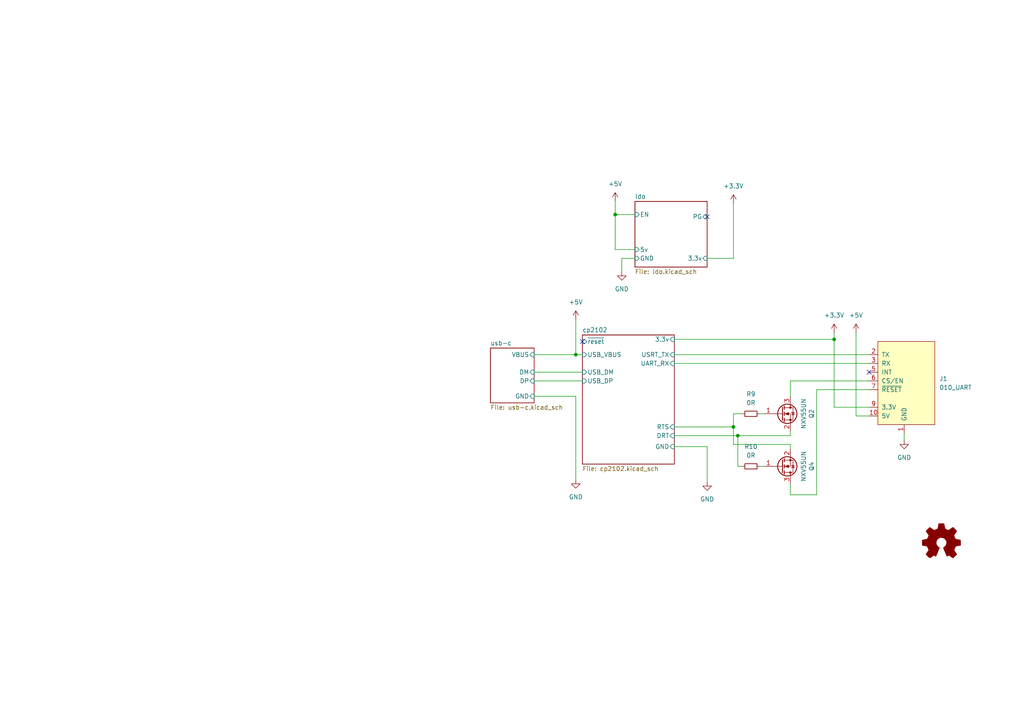
<source format=kicad_sch>
(kicad_sch (version 20230121) (generator eeschema)

  (uuid 57732dd3-1162-4c3f-88bd-31bf473d124d)

  (paper "A4")

  (lib_symbols
    (symbol "Device:R_Small" (pin_numbers hide) (pin_names (offset 0.254) hide) (in_bom yes) (on_board yes)
      (property "Reference" "R" (at 0.762 0.508 0)
        (effects (font (size 1.27 1.27)) (justify left))
      )
      (property "Value" "R_Small" (at 0.762 -1.016 0)
        (effects (font (size 1.27 1.27)) (justify left))
      )
      (property "Footprint" "" (at 0 0 0)
        (effects (font (size 1.27 1.27)) hide)
      )
      (property "Datasheet" "~" (at 0 0 0)
        (effects (font (size 1.27 1.27)) hide)
      )
      (property "ki_keywords" "R resistor" (at 0 0 0)
        (effects (font (size 1.27 1.27)) hide)
      )
      (property "ki_description" "Resistor, small symbol" (at 0 0 0)
        (effects (font (size 1.27 1.27)) hide)
      )
      (property "ki_fp_filters" "R_*" (at 0 0 0)
        (effects (font (size 1.27 1.27)) hide)
      )
      (symbol "R_Small_0_1"
        (rectangle (start -0.762 1.778) (end 0.762 -1.778)
          (stroke (width 0.2032) (type default))
          (fill (type none))
        )
      )
      (symbol "R_Small_1_1"
        (pin passive line (at 0 2.54 270) (length 0.762)
          (name "~" (effects (font (size 1.27 1.27))))
          (number "1" (effects (font (size 1.27 1.27))))
        )
        (pin passive line (at 0 -2.54 90) (length 0.762)
          (name "~" (effects (font (size 1.27 1.27))))
          (number "2" (effects (font (size 1.27 1.27))))
        )
      )
    )
    (symbol "Graphic:Logo_Open_Hardware_Small" (pin_names (offset 1.016)) (in_bom yes) (on_board yes)
      (property "Reference" "#LOGO" (at 0 6.985 0)
        (effects (font (size 1.27 1.27)) hide)
      )
      (property "Value" "Logo_Open_Hardware_Small" (at 0 -5.715 0)
        (effects (font (size 1.27 1.27)) hide)
      )
      (property "Footprint" "" (at 0 0 0)
        (effects (font (size 1.27 1.27)) hide)
      )
      (property "Datasheet" "~" (at 0 0 0)
        (effects (font (size 1.27 1.27)) hide)
      )
      (property "ki_keywords" "Logo" (at 0 0 0)
        (effects (font (size 1.27 1.27)) hide)
      )
      (property "ki_description" "Open Hardware logo, small" (at 0 0 0)
        (effects (font (size 1.27 1.27)) hide)
      )
      (symbol "Logo_Open_Hardware_Small_0_1"
        (polyline
          (pts
            (xy 3.3528 -4.3434)
            (xy 3.302 -4.318)
            (xy 3.175 -4.2418)
            (xy 2.9972 -4.1148)
            (xy 2.7686 -3.9624)
            (xy 2.54 -3.81)
            (xy 2.3622 -3.7084)
            (xy 2.2352 -3.6068)
            (xy 2.1844 -3.5814)
            (xy 2.159 -3.6068)
            (xy 2.0574 -3.6576)
            (xy 1.905 -3.7338)
            (xy 1.8034 -3.7846)
            (xy 1.6764 -3.8354)
            (xy 1.6002 -3.8354)
            (xy 1.6002 -3.8354)
            (xy 1.5494 -3.7338)
            (xy 1.4732 -3.5306)
            (xy 1.3462 -3.302)
            (xy 1.2446 -3.0226)
            (xy 1.1176 -2.7178)
            (xy 0.9652 -2.413)
            (xy 0.8636 -2.1082)
            (xy 0.7366 -1.8288)
            (xy 0.6604 -1.6256)
            (xy 0.6096 -1.4732)
            (xy 0.5842 -1.397)
            (xy 0.5842 -1.397)
            (xy 0.6604 -1.3208)
            (xy 0.7874 -1.2446)
            (xy 1.0414 -1.016)
            (xy 1.2954 -0.6858)
            (xy 1.4478 -0.3302)
            (xy 1.524 0.0762)
            (xy 1.4732 0.4572)
            (xy 1.3208 0.8128)
            (xy 1.0668 1.143)
            (xy 0.762 1.3716)
            (xy 0.4064 1.524)
            (xy 0 1.5748)
            (xy -0.381 1.5494)
            (xy -0.7366 1.397)
            (xy -1.0668 1.143)
            (xy -1.2192 0.9906)
            (xy -1.397 0.6604)
            (xy -1.524 0.3048)
            (xy -1.524 0.2286)
            (xy -1.4986 -0.1778)
            (xy -1.397 -0.5334)
            (xy -1.1938 -0.8636)
            (xy -0.9144 -1.143)
            (xy -0.8636 -1.1684)
            (xy -0.7366 -1.27)
            (xy -0.635 -1.3462)
            (xy -0.5842 -1.397)
            (xy -1.0668 -2.5908)
            (xy -1.143 -2.794)
            (xy -1.2954 -3.1242)
            (xy -1.397 -3.4036)
            (xy -1.4986 -3.6322)
            (xy -1.5748 -3.7846)
            (xy -1.6002 -3.8354)
            (xy -1.6002 -3.8354)
            (xy -1.651 -3.8354)
            (xy -1.7272 -3.81)
            (xy -1.905 -3.7338)
            (xy -2.0066 -3.683)
            (xy -2.1336 -3.6068)
            (xy -2.2098 -3.5814)
            (xy -2.2606 -3.6068)
            (xy -2.3622 -3.683)
            (xy -2.54 -3.81)
            (xy -2.7686 -3.9624)
            (xy -2.9718 -4.0894)
            (xy -3.1496 -4.2164)
            (xy -3.302 -4.318)
            (xy -3.3528 -4.3434)
            (xy -3.3782 -4.3434)
            (xy -3.429 -4.318)
            (xy -3.5306 -4.2164)
            (xy -3.7084 -4.064)
            (xy -3.937 -3.8354)
            (xy -3.9624 -3.81)
            (xy -4.1656 -3.6068)
            (xy -4.318 -3.4544)
            (xy -4.4196 -3.3274)
            (xy -4.445 -3.2766)
            (xy -4.445 -3.2766)
            (xy -4.4196 -3.2258)
            (xy -4.318 -3.0734)
            (xy -4.2164 -2.8956)
            (xy -4.064 -2.667)
            (xy -3.6576 -2.0828)
            (xy -3.8862 -1.5494)
            (xy -3.937 -1.3716)
            (xy -4.0386 -1.1684)
            (xy -4.0894 -1.0414)
            (xy -4.1148 -0.9652)
            (xy -4.191 -0.9398)
            (xy -4.318 -0.9144)
            (xy -4.5466 -0.8636)
            (xy -4.8006 -0.8128)
            (xy -5.0546 -0.7874)
            (xy -5.2578 -0.7366)
            (xy -5.4356 -0.7112)
            (xy -5.5118 -0.6858)
            (xy -5.5118 -0.6858)
            (xy -5.5372 -0.635)
            (xy -5.5372 -0.5588)
            (xy -5.5372 -0.4318)
            (xy -5.5626 -0.2286)
            (xy -5.5626 0.0762)
            (xy -5.5626 0.127)
            (xy -5.5372 0.4064)
            (xy -5.5372 0.635)
            (xy -5.5372 0.762)
            (xy -5.5372 0.8382)
            (xy -5.5372 0.8382)
            (xy -5.461 0.8382)
            (xy -5.3086 0.889)
            (xy -5.08 0.9144)
            (xy -4.826 0.9652)
            (xy -4.8006 0.9906)
            (xy -4.5466 1.0414)
            (xy -4.318 1.0668)
            (xy -4.1656 1.1176)
            (xy -4.0894 1.143)
            (xy -4.0894 1.143)
            (xy -4.0386 1.2446)
            (xy -3.9624 1.4224)
            (xy -3.8608 1.6256)
            (xy -3.7846 1.8288)
            (xy -3.7084 2.0066)
            (xy -3.6576 2.159)
            (xy -3.6322 2.2098)
            (xy -3.6322 2.2098)
            (xy -3.683 2.286)
            (xy -3.7592 2.413)
            (xy -3.8862 2.5908)
            (xy -4.064 2.8194)
            (xy -4.064 2.8448)
            (xy -4.2164 3.0734)
            (xy -4.3434 3.2512)
            (xy -4.4196 3.3782)
            (xy -4.445 3.4544)
            (xy -4.445 3.4544)
            (xy -4.3942 3.5052)
            (xy -4.2926 3.6322)
            (xy -4.1148 3.81)
            (xy -3.937 4.0132)
            (xy -3.8608 4.064)
            (xy -3.6576 4.2926)
            (xy -3.5052 4.4196)
            (xy -3.4036 4.4958)
            (xy -3.3528 4.5212)
            (xy -3.3528 4.5212)
            (xy -3.302 4.4704)
            (xy -3.1496 4.3688)
            (xy -2.9718 4.2418)
            (xy -2.7432 4.0894)
            (xy -2.7178 4.0894)
            (xy -2.4892 3.937)
            (xy -2.3114 3.81)
            (xy -2.1844 3.7084)
            (xy -2.1336 3.683)
            (xy -2.1082 3.683)
            (xy -2.032 3.7084)
            (xy -1.8542 3.7592)
            (xy -1.6764 3.8354)
            (xy -1.4732 3.937)
            (xy -1.27 4.0132)
            (xy -1.143 4.064)
            (xy -1.0668 4.1148)
            (xy -1.0668 4.1148)
            (xy -1.0414 4.191)
            (xy -1.016 4.3434)
            (xy -0.9652 4.572)
            (xy -0.9144 4.8514)
            (xy -0.889 4.9022)
            (xy -0.8382 5.1562)
            (xy -0.8128 5.3848)
            (xy -0.7874 5.5372)
            (xy -0.762 5.588)
            (xy -0.7112 5.6134)
            (xy -0.5842 5.6134)
            (xy -0.4064 5.6134)
            (xy -0.1524 5.6134)
            (xy 0.0762 5.6134)
            (xy 0.3302 5.6134)
            (xy 0.5334 5.6134)
            (xy 0.6858 5.588)
            (xy 0.7366 5.588)
            (xy 0.7366 5.588)
            (xy 0.762 5.5118)
            (xy 0.8128 5.334)
            (xy 0.8382 5.1054)
            (xy 0.9144 4.826)
            (xy 0.9144 4.7752)
            (xy 0.9652 4.5212)
            (xy 1.016 4.2926)
            (xy 1.0414 4.1402)
            (xy 1.0668 4.0894)
            (xy 1.0668 4.0894)
            (xy 1.1938 4.0386)
            (xy 1.3716 3.9624)
            (xy 1.5748 3.8608)
            (xy 2.0828 3.6576)
            (xy 2.7178 4.0894)
            (xy 2.7686 4.1402)
            (xy 2.9972 4.2926)
            (xy 3.175 4.4196)
            (xy 3.302 4.4958)
            (xy 3.3782 4.5212)
            (xy 3.3782 4.5212)
            (xy 3.429 4.4704)
            (xy 3.556 4.3434)
            (xy 3.7338 4.191)
            (xy 3.9116 3.9878)
            (xy 4.064 3.8354)
            (xy 4.2418 3.6576)
            (xy 4.3434 3.556)
            (xy 4.4196 3.4798)
            (xy 4.4196 3.429)
            (xy 4.4196 3.4036)
            (xy 4.3942 3.3274)
            (xy 4.2926 3.2004)
            (xy 4.1656 2.9972)
            (xy 4.0132 2.794)
            (xy 3.8862 2.5908)
            (xy 3.7592 2.3876)
            (xy 3.6576 2.2352)
            (xy 3.6322 2.159)
            (xy 3.6322 2.1336)
            (xy 3.683 2.0066)
            (xy 3.7592 1.8288)
            (xy 3.8608 1.6002)
            (xy 4.064 1.1176)
            (xy 4.3942 1.0414)
            (xy 4.5974 1.016)
            (xy 4.8768 0.9652)
            (xy 5.1308 0.9144)
            (xy 5.5372 0.8382)
            (xy 5.5626 -0.6604)
            (xy 5.4864 -0.6858)
            (xy 5.4356 -0.6858)
            (xy 5.2832 -0.7366)
            (xy 5.0546 -0.762)
            (xy 4.8006 -0.8128)
            (xy 4.5974 -0.8636)
            (xy 4.3688 -0.9144)
            (xy 4.2164 -0.9398)
            (xy 4.1402 -0.9398)
            (xy 4.1148 -0.9652)
            (xy 4.064 -1.0668)
            (xy 3.9878 -1.2446)
            (xy 3.9116 -1.4478)
            (xy 3.81 -1.651)
            (xy 3.7338 -1.8542)
            (xy 3.683 -2.0066)
            (xy 3.6576 -2.0828)
            (xy 3.683 -2.1336)
            (xy 3.7846 -2.2606)
            (xy 3.8862 -2.4638)
            (xy 4.0386 -2.667)
            (xy 4.191 -2.8956)
            (xy 4.318 -3.0734)
            (xy 4.3942 -3.2004)
            (xy 4.445 -3.2766)
            (xy 4.4196 -3.3274)
            (xy 4.3434 -3.429)
            (xy 4.1656 -3.5814)
            (xy 3.937 -3.8354)
            (xy 3.8862 -3.8608)
            (xy 3.683 -4.064)
            (xy 3.5306 -4.2164)
            (xy 3.4036 -4.318)
            (xy 3.3528 -4.3434)
          )
          (stroke (width 0) (type default))
          (fill (type outline))
        )
      )
    )
    (symbol "board-rescue:Q_NMOS_GSD-parts" (pin_names (offset 0) hide) (in_bom yes) (on_board yes)
      (property "Reference" "Q" (at 5.08 1.27 0)
        (effects (font (size 1.27 1.27)) (justify left))
      )
      (property "Value" "Q_NMOS_GSD-parts" (at 5.08 -1.27 0)
        (effects (font (size 1.27 1.27)) (justify left))
      )
      (property "Footprint" "" (at 5.08 2.54 0)
        (effects (font (size 1.27 1.27)) hide)
      )
      (property "Datasheet" "" (at 0 0 0)
        (effects (font (size 1.27 1.27)) hide)
      )
      (symbol "Q_NMOS_GSD-parts_0_1"
        (polyline
          (pts
            (xy 0.254 0)
            (xy -2.54 0)
          )
          (stroke (width 0) (type default))
          (fill (type none))
        )
        (polyline
          (pts
            (xy 0.254 1.905)
            (xy 0.254 -1.905)
          )
          (stroke (width 0.254) (type default))
          (fill (type none))
        )
        (polyline
          (pts
            (xy 0.762 -1.27)
            (xy 0.762 -2.286)
          )
          (stroke (width 0.254) (type default))
          (fill (type none))
        )
        (polyline
          (pts
            (xy 0.762 0.508)
            (xy 0.762 -0.508)
          )
          (stroke (width 0.254) (type default))
          (fill (type none))
        )
        (polyline
          (pts
            (xy 0.762 2.286)
            (xy 0.762 1.27)
          )
          (stroke (width 0.254) (type default))
          (fill (type none))
        )
        (polyline
          (pts
            (xy 2.54 2.54)
            (xy 2.54 1.778)
          )
          (stroke (width 0) (type default))
          (fill (type none))
        )
        (polyline
          (pts
            (xy 2.54 -2.54)
            (xy 2.54 0)
            (xy 0.762 0)
          )
          (stroke (width 0) (type default))
          (fill (type none))
        )
        (polyline
          (pts
            (xy 0.762 -1.778)
            (xy 3.302 -1.778)
            (xy 3.302 1.778)
            (xy 0.762 1.778)
          )
          (stroke (width 0) (type default))
          (fill (type none))
        )
        (polyline
          (pts
            (xy 1.016 0)
            (xy 2.032 0.381)
            (xy 2.032 -0.381)
            (xy 1.016 0)
          )
          (stroke (width 0) (type default))
          (fill (type outline))
        )
        (polyline
          (pts
            (xy 2.794 0.508)
            (xy 2.921 0.381)
            (xy 3.683 0.381)
            (xy 3.81 0.254)
          )
          (stroke (width 0) (type default))
          (fill (type none))
        )
        (polyline
          (pts
            (xy 3.302 0.381)
            (xy 2.921 -0.254)
            (xy 3.683 -0.254)
            (xy 3.302 0.381)
          )
          (stroke (width 0) (type default))
          (fill (type none))
        )
        (circle (center 1.651 0) (radius 2.794)
          (stroke (width 0.254) (type default))
          (fill (type none))
        )
        (circle (center 2.54 -1.778) (radius 0.254)
          (stroke (width 0) (type default))
          (fill (type outline))
        )
        (circle (center 2.54 1.778) (radius 0.254)
          (stroke (width 0) (type default))
          (fill (type outline))
        )
      )
      (symbol "Q_NMOS_GSD-parts_1_1"
        (pin input line (at -5.08 0 0) (length 2.54)
          (name "G" (effects (font (size 1.27 1.27))))
          (number "1" (effects (font (size 1.27 1.27))))
        )
        (pin passive line (at 2.54 -5.08 90) (length 2.54)
          (name "S" (effects (font (size 1.27 1.27))))
          (number "2" (effects (font (size 1.27 1.27))))
        )
        (pin passive line (at 2.54 5.08 270) (length 2.54)
          (name "D" (effects (font (size 1.27 1.27))))
          (number "3" (effects (font (size 1.27 1.27))))
        )
      )
    )
    (symbol "power:+3.3V" (power) (pin_names (offset 0)) (in_bom yes) (on_board yes)
      (property "Reference" "#PWR" (at 0 -3.81 0)
        (effects (font (size 1.27 1.27)) hide)
      )
      (property "Value" "+3.3V" (at 0 3.556 0)
        (effects (font (size 1.27 1.27)))
      )
      (property "Footprint" "" (at 0 0 0)
        (effects (font (size 1.27 1.27)) hide)
      )
      (property "Datasheet" "" (at 0 0 0)
        (effects (font (size 1.27 1.27)) hide)
      )
      (property "ki_keywords" "global power" (at 0 0 0)
        (effects (font (size 1.27 1.27)) hide)
      )
      (property "ki_description" "Power symbol creates a global label with name \"+3.3V\"" (at 0 0 0)
        (effects (font (size 1.27 1.27)) hide)
      )
      (symbol "+3.3V_0_1"
        (polyline
          (pts
            (xy -0.762 1.27)
            (xy 0 2.54)
          )
          (stroke (width 0) (type default))
          (fill (type none))
        )
        (polyline
          (pts
            (xy 0 0)
            (xy 0 2.54)
          )
          (stroke (width 0) (type default))
          (fill (type none))
        )
        (polyline
          (pts
            (xy 0 2.54)
            (xy 0.762 1.27)
          )
          (stroke (width 0) (type default))
          (fill (type none))
        )
      )
      (symbol "+3.3V_1_1"
        (pin power_in line (at 0 0 90) (length 0) hide
          (name "+3.3V" (effects (font (size 1.27 1.27))))
          (number "1" (effects (font (size 1.27 1.27))))
        )
      )
    )
    (symbol "power:+5V" (power) (pin_names (offset 0)) (in_bom yes) (on_board yes)
      (property "Reference" "#PWR" (at 0 -3.81 0)
        (effects (font (size 1.27 1.27)) hide)
      )
      (property "Value" "+5V" (at 0 3.556 0)
        (effects (font (size 1.27 1.27)))
      )
      (property "Footprint" "" (at 0 0 0)
        (effects (font (size 1.27 1.27)) hide)
      )
      (property "Datasheet" "" (at 0 0 0)
        (effects (font (size 1.27 1.27)) hide)
      )
      (property "ki_keywords" "global power" (at 0 0 0)
        (effects (font (size 1.27 1.27)) hide)
      )
      (property "ki_description" "Power symbol creates a global label with name \"+5V\"" (at 0 0 0)
        (effects (font (size 1.27 1.27)) hide)
      )
      (symbol "+5V_0_1"
        (polyline
          (pts
            (xy -0.762 1.27)
            (xy 0 2.54)
          )
          (stroke (width 0) (type default))
          (fill (type none))
        )
        (polyline
          (pts
            (xy 0 0)
            (xy 0 2.54)
          )
          (stroke (width 0) (type default))
          (fill (type none))
        )
        (polyline
          (pts
            (xy 0 2.54)
            (xy 0.762 1.27)
          )
          (stroke (width 0) (type default))
          (fill (type none))
        )
      )
      (symbol "+5V_1_1"
        (pin power_in line (at 0 0 90) (length 0) hide
          (name "+5V" (effects (font (size 1.27 1.27))))
          (number "1" (effects (font (size 1.27 1.27))))
        )
      )
    )
    (symbol "power:GND" (power) (pin_names (offset 0)) (in_bom yes) (on_board yes)
      (property "Reference" "#PWR" (at 0 -6.35 0)
        (effects (font (size 1.27 1.27)) hide)
      )
      (property "Value" "GND" (at 0 -3.81 0)
        (effects (font (size 1.27 1.27)))
      )
      (property "Footprint" "" (at 0 0 0)
        (effects (font (size 1.27 1.27)) hide)
      )
      (property "Datasheet" "" (at 0 0 0)
        (effects (font (size 1.27 1.27)) hide)
      )
      (property "ki_keywords" "power-flag" (at 0 0 0)
        (effects (font (size 1.27 1.27)) hide)
      )
      (property "ki_description" "Power symbol creates a global label with name \"GND\" , ground" (at 0 0 0)
        (effects (font (size 1.27 1.27)) hide)
      )
      (symbol "GND_0_1"
        (polyline
          (pts
            (xy 0 0)
            (xy 0 -1.27)
            (xy 1.27 -1.27)
            (xy 0 -2.54)
            (xy -1.27 -1.27)
            (xy 0 -1.27)
          )
          (stroke (width 0) (type default))
          (fill (type none))
        )
      )
      (symbol "GND_1_1"
        (pin power_in line (at 0 0 270) (length 0) hide
          (name "GND" (effects (font (size 1.27 1.27))))
          (number "1" (effects (font (size 1.27 1.27))))
        )
      )
    )
    (symbol "put_on_edge:010_UART" (pin_names (offset 1.016)) (in_bom yes) (on_board yes)
      (property "Reference" "J" (at -2.54 13.97 0)
        (effects (font (size 1.27 1.27)))
      )
      (property "Value" "010_UART" (at 8.89 13.97 0)
        (effects (font (size 1.27 1.27)))
      )
      (property "Footprint" "" (at 7.62 16.51 0)
        (effects (font (size 1.27 1.27)) hide)
      )
      (property "Datasheet" "" (at 7.62 16.51 0)
        (effects (font (size 1.27 1.27)) hide)
      )
      (symbol "010_UART_0_1"
        (rectangle (start -8.89 12.7) (end 7.62 -11.43)
          (stroke (width 0) (type default))
          (fill (type background))
        )
      )
      (symbol "010_UART_1_1"
        (pin power_in line (at -1.27 -13.97 90) (length 2.54)
          (name "GND" (effects (font (size 1.27 1.27))))
          (number "1" (effects (font (size 1.27 1.27))))
        )
        (pin power_in line (at -11.43 -8.89 0) (length 2.54)
          (name "5V" (effects (font (size 1.27 1.27))))
          (number "10" (effects (font (size 1.27 1.27))))
        )
        (pin bidirectional line (at -11.43 8.89 0) (length 2.54)
          (name "TX" (effects (font (size 1.27 1.27))))
          (number "2" (effects (font (size 1.27 1.27))))
        )
        (pin bidirectional line (at -11.43 6.35 0) (length 2.54)
          (name "RX" (effects (font (size 1.27 1.27))))
          (number "3" (effects (font (size 1.27 1.27))))
        )
        (pin bidirectional line (at -11.43 3.81 0) (length 2.54)
          (name "INT" (effects (font (size 1.27 1.27))))
          (number "5" (effects (font (size 1.27 1.27))))
        )
        (pin bidirectional line (at -11.43 1.27 0) (length 2.54)
          (name "CS/EN" (effects (font (size 1.27 1.27))))
          (number "6" (effects (font (size 1.27 1.27))))
        )
        (pin bidirectional line (at -11.43 -1.27 0) (length 2.54)
          (name "~{RESET}" (effects (font (size 1.27 1.27))))
          (number "7" (effects (font (size 1.27 1.27))))
        )
        (pin power_in line (at -11.43 -6.35 0) (length 2.54)
          (name "3.3V" (effects (font (size 1.27 1.27))))
          (number "9" (effects (font (size 1.27 1.27))))
        )
      )
    )
  )

  (junction (at 212.725 123.825) (diameter 0) (color 0 0 0 0)
    (uuid 174bc395-d94a-4ced-905a-68ede48857e4)
  )
  (junction (at 213.995 126.365) (diameter 0) (color 0 0 0 0)
    (uuid 2b52daa7-467a-4820-8ac2-8042f2f29c23)
  )
  (junction (at 241.935 98.425) (diameter 0) (color 0 0 0 0)
    (uuid 5a9e858e-c2da-44ac-98c4-38eeda4ace63)
  )
  (junction (at 178.435 62.23) (diameter 0) (color 0 0 0 0)
    (uuid 8c7c5350-4203-40cb-8e2a-38b37212e13c)
  )
  (junction (at 167.005 102.87) (diameter 0) (color 0 0 0 0)
    (uuid c323187e-5c20-4b51-befb-17f92e80e9eb)
  )

  (no_connect (at 252.095 107.95) (uuid 2f083b42-2d21-4a01-be12-41b7487b438d))
  (no_connect (at 205.105 62.865) (uuid 6ba0a63a-9203-4792-9798-fd42ff05e1e5))
  (no_connect (at 168.91 99.06) (uuid a25326af-bc3e-45b8-b5d6-d08f2f62865f))

  (wire (pts (xy 229.235 143.51) (xy 236.855 143.51))
    (stroke (width 0) (type default))
    (uuid 02dc9034-aa33-4131-a444-0c3253314396)
  )
  (wire (pts (xy 241.935 98.425) (xy 241.935 118.11))
    (stroke (width 0) (type default))
    (uuid 05f05f63-84d4-40d8-94de-89a94731b918)
  )
  (wire (pts (xy 212.725 59.055) (xy 212.725 74.93))
    (stroke (width 0) (type default))
    (uuid 11d6ac83-fa0e-4d6e-8423-d9c1fb862e17)
  )
  (wire (pts (xy 180.34 74.93) (xy 180.34 78.74))
    (stroke (width 0) (type default))
    (uuid 157fac73-7e1e-42c0-bdbd-0c03acf0e6db)
  )
  (wire (pts (xy 178.435 72.39) (xy 184.15 72.39))
    (stroke (width 0) (type default))
    (uuid 1779e785-b975-4e5e-b02c-1fabd0736786)
  )
  (wire (pts (xy 205.105 129.54) (xy 205.105 139.7))
    (stroke (width 0) (type default))
    (uuid 1b1677f5-0b04-4d39-965d-99ebb0457726)
  )
  (wire (pts (xy 236.855 143.51) (xy 236.855 113.03))
    (stroke (width 0) (type default))
    (uuid 1f1254c6-3bb2-4169-8272-d7d3a1ac9b7c)
  )
  (wire (pts (xy 167.005 92.71) (xy 167.005 102.87))
    (stroke (width 0) (type default))
    (uuid 3102323d-c02c-4c78-88f3-f940ff297209)
  )
  (wire (pts (xy 229.235 125.095) (xy 229.235 126.365))
    (stroke (width 0) (type default))
    (uuid 381764a1-0da0-49d7-9514-2704d4584921)
  )
  (wire (pts (xy 229.235 128.905) (xy 229.235 130.175))
    (stroke (width 0) (type default))
    (uuid 3ac07828-51e9-40bd-8912-4709ffc3b0bf)
  )
  (wire (pts (xy 248.285 120.65) (xy 252.095 120.65))
    (stroke (width 0) (type default))
    (uuid 3f6cdaad-8980-44e7-bab5-cd785c9be87d)
  )
  (wire (pts (xy 154.94 114.935) (xy 167.005 114.935))
    (stroke (width 0) (type default))
    (uuid 4238647a-d30e-4550-bf43-569dbf45bb95)
  )
  (wire (pts (xy 154.94 102.87) (xy 167.005 102.87))
    (stroke (width 0) (type default))
    (uuid 54c4a8ff-968c-4c72-9eb8-4f2669144acb)
  )
  (wire (pts (xy 213.995 135.255) (xy 215.265 135.255))
    (stroke (width 0) (type default))
    (uuid 59ab2dde-66dc-4b35-8424-e1d39957cb9e)
  )
  (wire (pts (xy 241.935 118.11) (xy 252.095 118.11))
    (stroke (width 0) (type default))
    (uuid 5d704fff-146c-4c0a-9c26-3bd778b16e00)
  )
  (wire (pts (xy 229.235 143.51) (xy 229.235 140.335))
    (stroke (width 0) (type default))
    (uuid 628a7a04-93df-4732-a260-50673a470ee3)
  )
  (wire (pts (xy 195.58 123.825) (xy 212.725 123.825))
    (stroke (width 0) (type default))
    (uuid 79e80d75-f4ea-4f38-8e9c-02f3510ffd7b)
  )
  (wire (pts (xy 212.725 74.93) (xy 205.105 74.93))
    (stroke (width 0) (type default))
    (uuid 7ff3d490-4b56-4c1c-b00b-4c94dbdb1c5a)
  )
  (wire (pts (xy 178.435 62.23) (xy 178.435 72.39))
    (stroke (width 0) (type default))
    (uuid 820b1972-60a8-4e4e-8d50-a188869a5392)
  )
  (wire (pts (xy 195.58 102.87) (xy 252.095 102.87))
    (stroke (width 0) (type default))
    (uuid 86f8463a-24d5-475e-b055-3182081ca24e)
  )
  (wire (pts (xy 167.005 114.935) (xy 167.005 139.065))
    (stroke (width 0) (type default))
    (uuid 8b8ac503-63fc-4ae7-990b-f80d7ae092aa)
  )
  (wire (pts (xy 180.34 74.93) (xy 184.15 74.93))
    (stroke (width 0) (type default))
    (uuid 99f1611f-4a6a-4c4a-9555-817b3c66d053)
  )
  (wire (pts (xy 229.235 126.365) (xy 213.995 126.365))
    (stroke (width 0) (type default))
    (uuid 9a7a3cc5-6d22-4fb6-beac-4f6edf08cfbe)
  )
  (wire (pts (xy 195.58 126.365) (xy 213.995 126.365))
    (stroke (width 0) (type default))
    (uuid ab721393-024d-4350-a47a-80bb59bdb8cf)
  )
  (wire (pts (xy 195.58 98.425) (xy 241.935 98.425))
    (stroke (width 0) (type default))
    (uuid ac3bac1c-bd61-4ae6-a3af-b3062db4ab18)
  )
  (wire (pts (xy 215.265 120.015) (xy 212.725 120.015))
    (stroke (width 0) (type default))
    (uuid ad2aa16d-e72b-4195-a93f-e553a3c6faad)
  )
  (wire (pts (xy 178.435 62.23) (xy 184.15 62.23))
    (stroke (width 0) (type default))
    (uuid b233c8f8-d5f8-4b7d-9a04-db5d6c2e0aad)
  )
  (wire (pts (xy 213.995 126.365) (xy 213.995 135.255))
    (stroke (width 0) (type default))
    (uuid b5b497d0-5d13-4f92-a588-59f84fb805f3)
  )
  (wire (pts (xy 195.58 129.54) (xy 205.105 129.54))
    (stroke (width 0) (type default))
    (uuid b5f50e6e-6728-4454-96f5-44e0bc388ce5)
  )
  (wire (pts (xy 195.58 105.41) (xy 252.095 105.41))
    (stroke (width 0) (type default))
    (uuid b7ea3af4-14e8-4139-b507-b59dbf688ca0)
  )
  (wire (pts (xy 229.235 110.49) (xy 229.235 114.935))
    (stroke (width 0) (type default))
    (uuid b94e6cc2-2f6b-4401-b380-9a5a6a74f434)
  )
  (wire (pts (xy 212.725 120.015) (xy 212.725 123.825))
    (stroke (width 0) (type default))
    (uuid ba28e1d8-7c9e-4d16-a4dc-b3d40028f152)
  )
  (wire (pts (xy 229.235 110.49) (xy 252.095 110.49))
    (stroke (width 0) (type default))
    (uuid bbb14772-bbed-4efa-870c-217ad936d1e6)
  )
  (wire (pts (xy 154.94 110.49) (xy 168.91 110.49))
    (stroke (width 0) (type default))
    (uuid bbdbd6b2-a84c-42a5-9d6f-aa79ef34681e)
  )
  (wire (pts (xy 220.345 120.015) (xy 221.615 120.015))
    (stroke (width 0) (type default))
    (uuid bf489741-cd57-40b0-bccc-14a406b6f589)
  )
  (wire (pts (xy 178.435 58.42) (xy 178.435 62.23))
    (stroke (width 0) (type default))
    (uuid d211803c-0508-46a1-8c52-3dac3f874e72)
  )
  (wire (pts (xy 212.725 128.905) (xy 229.235 128.905))
    (stroke (width 0) (type default))
    (uuid d810193a-7dfa-4798-8928-b8791235a860)
  )
  (wire (pts (xy 212.725 123.825) (xy 212.725 128.905))
    (stroke (width 0) (type default))
    (uuid dae35c98-9334-4ab1-bca7-844c9945b333)
  )
  (wire (pts (xy 241.935 96.52) (xy 241.935 98.425))
    (stroke (width 0) (type default))
    (uuid dc73cb70-db32-4cb8-9a1b-661bfb27c7ac)
  )
  (wire (pts (xy 154.94 107.95) (xy 168.91 107.95))
    (stroke (width 0) (type default))
    (uuid dfd105b8-38fb-4a35-811f-20eb3c410292)
  )
  (wire (pts (xy 248.285 96.52) (xy 248.285 120.65))
    (stroke (width 0) (type default))
    (uuid e17b9d85-afd4-416a-8773-4f494d2e8a77)
  )
  (wire (pts (xy 167.005 102.87) (xy 168.91 102.87))
    (stroke (width 0) (type default))
    (uuid e3622c5f-e4c5-4679-8807-d913efb632d5)
  )
  (wire (pts (xy 262.255 125.73) (xy 262.255 127.635))
    (stroke (width 0) (type default))
    (uuid eada6555-2189-40ee-bc3b-a352e63acde3)
  )
  (wire (pts (xy 236.855 113.03) (xy 252.095 113.03))
    (stroke (width 0) (type default))
    (uuid ee2fae1a-9766-4fb0-863e-622910c6eb97)
  )
  (wire (pts (xy 220.345 135.255) (xy 221.615 135.255))
    (stroke (width 0) (type default))
    (uuid f928282f-dea5-4956-b945-9c270697a2dc)
  )

  (symbol (lib_id "Device:R_Small") (at 217.805 120.015 90) (unit 1)
    (in_bom yes) (on_board yes) (dnp no) (fields_autoplaced)
    (uuid 17e44da4-9863-41ca-8567-502c8f54b687)
    (property "Reference" "R4" (at 217.805 114.3 90)
      (effects (font (size 1.27 1.27)))
    )
    (property "Value" "0R" (at 217.805 116.84 90)
      (effects (font (size 1.27 1.27)))
    )
    (property "Footprint" "Resistor_SMD:R_0603_1608Metric" (at 217.805 120.015 0)
      (effects (font (size 1.27 1.27)) hide)
    )
    (property "Datasheet" "~" (at 217.805 120.015 0)
      (effects (font (size 1.27 1.27)) hide)
    )
    (pin "1" (uuid 2a388295-d7cc-4eeb-9ce8-4980e904a94e))
    (pin "2" (uuid d8482c5a-be91-4e2a-b0ff-6753ac3ac01d))
    (instances
      (project "board"
        (path "/57732dd3-1162-4c3f-88bd-31bf473d124d/767ce4c6-0e55-4543-92f0-34cb8237a544"
          (reference "R4") (unit 1)
        )
        (path "/57732dd3-1162-4c3f-88bd-31bf473d124d"
          (reference "R9") (unit 1)
        )
      )
    )
  )

  (symbol (lib_id "put_on_edge:010_UART") (at 263.525 111.76 0) (unit 1)
    (in_bom yes) (on_board yes) (dnp no) (fields_autoplaced)
    (uuid 2ea6474f-7a48-4ced-9545-2c841463539d)
    (property "Reference" "J1" (at 272.415 109.855 0)
      (effects (font (size 1.27 1.27)) (justify left))
    )
    (property "Value" "010_UART" (at 272.415 112.395 0)
      (effects (font (size 1.27 1.27)) (justify left))
    )
    (property "Footprint" "on_edge:on_edge_2x05_host" (at 271.145 95.25 0)
      (effects (font (size 1.27 1.27)) hide)
    )
    (property "Datasheet" "" (at 271.145 95.25 0)
      (effects (font (size 1.27 1.27)) hide)
    )
    (pin "1" (uuid 81fbaa8e-6880-4308-bf52-6327fb16250f))
    (pin "10" (uuid 2b267631-9e30-4bb0-bd07-4c0ca2e496b1))
    (pin "2" (uuid cbc4383f-269a-4ac2-854b-4cba419622e2))
    (pin "3" (uuid 400750ea-892c-4ddb-92ee-9f3016f4a32f))
    (pin "5" (uuid 8e6f5bd2-fefe-470c-bc62-5b851d3dbd0d))
    (pin "6" (uuid 942aca3b-2e85-42de-adc2-aa97af7c5d78))
    (pin "7" (uuid 4fe56e4e-b834-4146-ab43-b23f61d558d2))
    (pin "9" (uuid fc2ac74d-c984-4f78-9360-2bc0e09ef4bd))
    (instances
      (project "board"
        (path "/57732dd3-1162-4c3f-88bd-31bf473d124d"
          (reference "J1") (unit 1)
        )
      )
    )
  )

  (symbol (lib_id "power:GND") (at 180.34 78.74 0) (unit 1)
    (in_bom yes) (on_board yes) (dnp no) (fields_autoplaced)
    (uuid 59f3e7ec-cbb4-4751-8f20-4996d77798c9)
    (property "Reference" "#PWR06" (at 180.34 85.09 0)
      (effects (font (size 1.27 1.27)) hide)
    )
    (property "Value" "GND" (at 180.34 83.82 0)
      (effects (font (size 1.27 1.27)))
    )
    (property "Footprint" "" (at 180.34 78.74 0)
      (effects (font (size 1.27 1.27)) hide)
    )
    (property "Datasheet" "" (at 180.34 78.74 0)
      (effects (font (size 1.27 1.27)) hide)
    )
    (pin "1" (uuid 088f6829-36c2-4d12-a04a-3e0f6a81d223))
    (instances
      (project "board"
        (path "/57732dd3-1162-4c3f-88bd-31bf473d124d"
          (reference "#PWR06") (unit 1)
        )
      )
    )
  )

  (symbol (lib_id "power:GND") (at 262.255 127.635 0) (unit 1)
    (in_bom yes) (on_board yes) (dnp no) (fields_autoplaced)
    (uuid 714de4ce-e691-41b8-a1e7-822d6f3258a8)
    (property "Reference" "#PWR08" (at 262.255 133.985 0)
      (effects (font (size 1.27 1.27)) hide)
    )
    (property "Value" "GND" (at 262.255 132.715 0)
      (effects (font (size 1.27 1.27)))
    )
    (property "Footprint" "" (at 262.255 127.635 0)
      (effects (font (size 1.27 1.27)) hide)
    )
    (property "Datasheet" "" (at 262.255 127.635 0)
      (effects (font (size 1.27 1.27)) hide)
    )
    (pin "1" (uuid c8b13ab2-5527-443d-99a7-5a89a15c1c8e))
    (instances
      (project "board"
        (path "/57732dd3-1162-4c3f-88bd-31bf473d124d"
          (reference "#PWR08") (unit 1)
        )
      )
    )
  )

  (symbol (lib_id "power:+5V") (at 248.285 96.52 0) (unit 1)
    (in_bom yes) (on_board yes) (dnp no) (fields_autoplaced)
    (uuid 71a896fc-970a-4133-b2e6-b43aada2fe4c)
    (property "Reference" "#PWR07" (at 248.285 100.33 0)
      (effects (font (size 1.27 1.27)) hide)
    )
    (property "Value" "+5V" (at 248.285 91.44 0)
      (effects (font (size 1.27 1.27)))
    )
    (property "Footprint" "" (at 248.285 96.52 0)
      (effects (font (size 1.27 1.27)) hide)
    )
    (property "Datasheet" "" (at 248.285 96.52 0)
      (effects (font (size 1.27 1.27)) hide)
    )
    (pin "1" (uuid 735ec3f7-5dbb-4051-80e3-96ea6e2f43c2))
    (instances
      (project "board"
        (path "/57732dd3-1162-4c3f-88bd-31bf473d124d"
          (reference "#PWR07") (unit 1)
        )
      )
    )
  )

  (symbol (lib_id "board-rescue:Q_NMOS_GSD-parts") (at 226.695 120.015 0) (unit 1)
    (in_bom yes) (on_board yes) (dnp no)
    (uuid 7db36637-543c-49f9-8146-9a676644453a)
    (property "Reference" "Q3" (at 235.3818 120.015 90)
      (effects (font (size 1.27 1.27)))
    )
    (property "Value" "NXV55UN" (at 233.0704 120.015 90)
      (effects (font (size 1.27 1.27)))
    )
    (property "Footprint" "Package_TO_SOT_SMD:SOT-23" (at 231.775 117.475 0)
      (effects (font (size 1.27 1.27)) hide)
    )
    (property "Datasheet" "~" (at 226.695 120.015 0)
      (effects (font (size 1.27 1.27)) hide)
    )
    (property "MPN" "NXV55UN" (at 226.695 120.015 0)
      (effects (font (size 1.27 1.27)) hide)
    )
    (pin "1" (uuid e23e1be9-ccf8-487a-8c51-dc36a96ba8a2))
    (pin "2" (uuid 0ec9230d-f635-4a35-9622-276f8d6b58cc))
    (pin "3" (uuid 153c3833-bde8-4bcb-a717-4bedb78ee494))
    (instances
      (project "board"
        (path "/57732dd3-1162-4c3f-88bd-31bf473d124d/767ce4c6-0e55-4543-92f0-34cb8237a544"
          (reference "Q3") (unit 1)
        )
        (path "/57732dd3-1162-4c3f-88bd-31bf473d124d"
          (reference "Q2") (unit 1)
        )
      )
    )
  )

  (symbol (lib_id "power:+5V") (at 178.435 58.42 0) (unit 1)
    (in_bom yes) (on_board yes) (dnp no) (fields_autoplaced)
    (uuid 89dc9e26-cf9d-4df9-8033-2b08473c3795)
    (property "Reference" "#PWR04" (at 178.435 62.23 0)
      (effects (font (size 1.27 1.27)) hide)
    )
    (property "Value" "+5V" (at 178.435 53.34 0)
      (effects (font (size 1.27 1.27)))
    )
    (property "Footprint" "" (at 178.435 58.42 0)
      (effects (font (size 1.27 1.27)) hide)
    )
    (property "Datasheet" "" (at 178.435 58.42 0)
      (effects (font (size 1.27 1.27)) hide)
    )
    (pin "1" (uuid df732d1e-0ac2-4b84-adda-424dcddf0127))
    (instances
      (project "board"
        (path "/57732dd3-1162-4c3f-88bd-31bf473d124d"
          (reference "#PWR04") (unit 1)
        )
      )
    )
  )

  (symbol (lib_id "power:+3.3V") (at 241.935 96.52 0) (unit 1)
    (in_bom yes) (on_board yes) (dnp no) (fields_autoplaced)
    (uuid 90b5663f-80e5-4d36-9237-9f05f754566c)
    (property "Reference" "#PWR01" (at 241.935 100.33 0)
      (effects (font (size 1.27 1.27)) hide)
    )
    (property "Value" "+3.3V" (at 241.935 91.44 0)
      (effects (font (size 1.27 1.27)))
    )
    (property "Footprint" "" (at 241.935 96.52 0)
      (effects (font (size 1.27 1.27)) hide)
    )
    (property "Datasheet" "" (at 241.935 96.52 0)
      (effects (font (size 1.27 1.27)) hide)
    )
    (pin "1" (uuid 7d85903c-664e-41cd-a57e-2f27582934e9))
    (instances
      (project "board"
        (path "/57732dd3-1162-4c3f-88bd-31bf473d124d"
          (reference "#PWR01") (unit 1)
        )
      )
    )
  )

  (symbol (lib_id "power:GND") (at 205.105 139.7 0) (unit 1)
    (in_bom yes) (on_board yes) (dnp no) (fields_autoplaced)
    (uuid 971afa99-5d33-4a72-a8e1-edd3c45138ed)
    (property "Reference" "#PWR0101" (at 205.105 146.05 0)
      (effects (font (size 1.27 1.27)) hide)
    )
    (property "Value" "GND" (at 205.105 144.78 0)
      (effects (font (size 1.27 1.27)))
    )
    (property "Footprint" "" (at 205.105 139.7 0)
      (effects (font (size 1.27 1.27)) hide)
    )
    (property "Datasheet" "" (at 205.105 139.7 0)
      (effects (font (size 1.27 1.27)) hide)
    )
    (pin "1" (uuid 0e12e353-ffd6-4e27-8957-653e209f57b0))
    (instances
      (project "board"
        (path "/57732dd3-1162-4c3f-88bd-31bf473d124d"
          (reference "#PWR0101") (unit 1)
        )
      )
    )
  )

  (symbol (lib_id "power:GND") (at 167.005 139.065 0) (unit 1)
    (in_bom yes) (on_board yes) (dnp no) (fields_autoplaced)
    (uuid ab630e3a-b264-40ea-b43a-a52ea766e006)
    (property "Reference" "#PWR02" (at 167.005 145.415 0)
      (effects (font (size 1.27 1.27)) hide)
    )
    (property "Value" "GND" (at 167.005 144.145 0)
      (effects (font (size 1.27 1.27)))
    )
    (property "Footprint" "" (at 167.005 139.065 0)
      (effects (font (size 1.27 1.27)) hide)
    )
    (property "Datasheet" "" (at 167.005 139.065 0)
      (effects (font (size 1.27 1.27)) hide)
    )
    (pin "1" (uuid 3faffa2f-e323-43bb-b97a-1808f228a137))
    (instances
      (project "board"
        (path "/57732dd3-1162-4c3f-88bd-31bf473d124d"
          (reference "#PWR02") (unit 1)
        )
      )
    )
  )

  (symbol (lib_id "power:+5V") (at 167.005 92.71 0) (unit 1)
    (in_bom yes) (on_board yes) (dnp no) (fields_autoplaced)
    (uuid ac2694b9-c434-4f95-afd7-874d4104a6c6)
    (property "Reference" "#PWR03" (at 167.005 96.52 0)
      (effects (font (size 1.27 1.27)) hide)
    )
    (property "Value" "+5V" (at 167.005 87.63 0)
      (effects (font (size 1.27 1.27)))
    )
    (property "Footprint" "" (at 167.005 92.71 0)
      (effects (font (size 1.27 1.27)) hide)
    )
    (property "Datasheet" "" (at 167.005 92.71 0)
      (effects (font (size 1.27 1.27)) hide)
    )
    (pin "1" (uuid 898ff350-e097-4d64-bdde-e111f8761c40))
    (instances
      (project "board"
        (path "/57732dd3-1162-4c3f-88bd-31bf473d124d"
          (reference "#PWR03") (unit 1)
        )
      )
    )
  )

  (symbol (lib_id "Graphic:Logo_Open_Hardware_Small") (at 273.05 157.48 0) (unit 1)
    (in_bom yes) (on_board yes) (dnp no) (fields_autoplaced)
    (uuid b72b6f4a-7489-40f2-bb90-d75ae01aa368)
    (property "Reference" "LOGO1" (at 273.05 150.495 0)
      (effects (font (size 1.27 1.27)) hide)
    )
    (property "Value" "Logo_Open_Hardware_Small" (at 273.05 163.195 0)
      (effects (font (size 1.27 1.27)) hide)
    )
    (property "Footprint" "Symbol:OSHW-Symbol_6.7x6mm_SilkScreen" (at 273.05 157.48 0)
      (effects (font (size 1.27 1.27)) hide)
    )
    (property "Datasheet" "~" (at 273.05 157.48 0)
      (effects (font (size 1.27 1.27)) hide)
    )
    (instances
      (project "board"
        (path "/57732dd3-1162-4c3f-88bd-31bf473d124d"
          (reference "LOGO1") (unit 1)
        )
      )
    )
  )

  (symbol (lib_id "board-rescue:Q_NMOS_GSD-parts") (at 226.695 135.255 0) (mirror x) (unit 1)
    (in_bom yes) (on_board yes) (dnp no)
    (uuid c09d5d67-e6c8-41ea-92b6-cae37f77c4a0)
    (property "Reference" "Q1" (at 235.3818 135.255 90)
      (effects (font (size 1.27 1.27)))
    )
    (property "Value" "NXV55UN" (at 233.0704 135.255 90)
      (effects (font (size 1.27 1.27)))
    )
    (property "Footprint" "Package_TO_SOT_SMD:SOT-23" (at 231.775 137.795 0)
      (effects (font (size 1.27 1.27)) hide)
    )
    (property "Datasheet" "~" (at 226.695 135.255 0)
      (effects (font (size 1.27 1.27)) hide)
    )
    (property "MPN" "NXV55UN" (at 226.695 135.255 0)
      (effects (font (size 1.27 1.27)) hide)
    )
    (pin "1" (uuid 239e2564-d75c-4119-9305-503513cbc347))
    (pin "2" (uuid bd737d71-19e9-43bc-b3a3-fd4b77f090fa))
    (pin "3" (uuid 9245ad6a-502e-4a44-b00d-25bc0531111c))
    (instances
      (project "board"
        (path "/57732dd3-1162-4c3f-88bd-31bf473d124d/767ce4c6-0e55-4543-92f0-34cb8237a544"
          (reference "Q1") (unit 1)
        )
        (path "/57732dd3-1162-4c3f-88bd-31bf473d124d"
          (reference "Q4") (unit 1)
        )
      )
    )
  )

  (symbol (lib_id "Device:R_Small") (at 217.805 135.255 90) (unit 1)
    (in_bom yes) (on_board yes) (dnp no) (fields_autoplaced)
    (uuid ef828723-f903-4b2f-8b20-0e62a5450680)
    (property "Reference" "R5" (at 217.805 129.54 90)
      (effects (font (size 1.27 1.27)))
    )
    (property "Value" "0R" (at 217.805 132.08 90)
      (effects (font (size 1.27 1.27)))
    )
    (property "Footprint" "Resistor_SMD:R_0603_1608Metric" (at 217.805 135.255 0)
      (effects (font (size 1.27 1.27)) hide)
    )
    (property "Datasheet" "~" (at 217.805 135.255 0)
      (effects (font (size 1.27 1.27)) hide)
    )
    (pin "1" (uuid 823567b8-1a86-4d9a-bce9-17863724e735))
    (pin "2" (uuid 13d47d6c-ea69-4821-b3e1-c8ba42c0c35a))
    (instances
      (project "board"
        (path "/57732dd3-1162-4c3f-88bd-31bf473d124d/767ce4c6-0e55-4543-92f0-34cb8237a544"
          (reference "R5") (unit 1)
        )
        (path "/57732dd3-1162-4c3f-88bd-31bf473d124d"
          (reference "R10") (unit 1)
        )
      )
    )
  )

  (symbol (lib_id "power:+3.3V") (at 212.725 59.055 0) (unit 1)
    (in_bom yes) (on_board yes) (dnp no) (fields_autoplaced)
    (uuid f96ac83d-1083-4309-aa19-bd761135b969)
    (property "Reference" "#PWR05" (at 212.725 62.865 0)
      (effects (font (size 1.27 1.27)) hide)
    )
    (property "Value" "+3.3V" (at 212.725 53.975 0)
      (effects (font (size 1.27 1.27)))
    )
    (property "Footprint" "" (at 212.725 59.055 0)
      (effects (font (size 1.27 1.27)) hide)
    )
    (property "Datasheet" "" (at 212.725 59.055 0)
      (effects (font (size 1.27 1.27)) hide)
    )
    (pin "1" (uuid 954f8a38-ee13-4e95-a531-15bbc4c866e4))
    (instances
      (project "board"
        (path "/57732dd3-1162-4c3f-88bd-31bf473d124d"
          (reference "#PWR05") (unit 1)
        )
      )
    )
  )

  (sheet (at 168.91 97.155) (size 26.67 37.465) (fields_autoplaced)
    (stroke (width 0.1524) (type solid))
    (fill (color 0 0 0 0.0000))
    (uuid 767ce4c6-0e55-4543-92f0-34cb8237a544)
    (property "Sheetname" "cp2102" (at 168.91 96.4434 0)
      (effects (font (size 1.27 1.27)) (justify left bottom))
    )
    (property "Sheetfile" "cp2102.kicad_sch" (at 168.91 135.2046 0)
      (effects (font (size 1.27 1.27)) (justify left top))
    )
    (pin "GND" input (at 195.58 129.54 0)
      (effects (font (size 1.27 1.27)) (justify right))
      (uuid 466cf29f-04d2-4303-aa26-8ec28548d2f2)
    )
    (pin "3.3v" input (at 195.58 98.425 0)
      (effects (font (size 1.27 1.27)) (justify right))
      (uuid 95aeacb1-91e5-4678-b826-dac440453fa1)
    )
    (pin "USB_DM" input (at 168.91 107.95 180)
      (effects (font (size 1.27 1.27)) (justify left))
      (uuid 59558458-15d5-4fc5-ba76-05e186b2efd8)
    )
    (pin "USB_DP" input (at 168.91 110.49 180)
      (effects (font (size 1.27 1.27)) (justify left))
      (uuid 4640b263-9a54-4512-acd3-904ad22074bf)
    )
    (pin "UART_RX" input (at 195.58 105.41 0)
      (effects (font (size 1.27 1.27)) (justify right))
      (uuid 52b162b1-b573-4eef-9f36-4d70d7b75f67)
    )
    (pin "USRT_TX" input (at 195.58 102.87 0)
      (effects (font (size 1.27 1.27)) (justify right))
      (uuid 8161810a-eab9-4b98-b671-0416595e6b19)
    )
    (pin "USB_VBUS" input (at 168.91 102.87 180)
      (effects (font (size 1.27 1.27)) (justify left))
      (uuid c5da6b33-2a30-4a2b-b26b-6162c5e15d7f)
    )
    (pin "~{reset}" input (at 168.91 99.06 180)
      (effects (font (size 1.27 1.27)) (justify left))
      (uuid d9d87ab9-79cb-4f6a-ad69-9e12aa999c7b)
    )
    (pin "RTS" input (at 195.58 123.825 0)
      (effects (font (size 1.27 1.27)) (justify right))
      (uuid 094b9291-52d5-4b73-a539-c6bb861d46ab)
    )
    (pin "DRT" input (at 195.58 126.365 0)
      (effects (font (size 1.27 1.27)) (justify right))
      (uuid 323c792d-8934-4287-8a61-1e73a396c062)
    )
    (instances
      (project "board"
        (path "/57732dd3-1162-4c3f-88bd-31bf473d124d" (page "2"))
      )
    )
  )

  (sheet (at 184.15 58.42) (size 20.955 19.05) (fields_autoplaced)
    (stroke (width 0.1524) (type solid))
    (fill (color 0 0 0 0.0000))
    (uuid b3c98309-a00d-44b5-b868-1ad827f42816)
    (property "Sheetname" "ldo" (at 184.15 57.7084 0)
      (effects (font (size 1.27 1.27)) (justify left bottom))
    )
    (property "Sheetfile" "ldo.kicad_sch" (at 184.15 78.0546 0)
      (effects (font (size 1.27 1.27)) (justify left top))
    )
    (pin "3.3v" input (at 205.105 74.93 0)
      (effects (font (size 1.27 1.27)) (justify right))
      (uuid 45e73201-9aaf-471a-af30-47c7f1aec81d)
    )
    (pin "GND" input (at 184.15 74.93 180)
      (effects (font (size 1.27 1.27)) (justify left))
      (uuid d73908ea-4e6b-4310-83f4-d649e0a8b066)
    )
    (pin "5v" input (at 184.15 72.39 180)
      (effects (font (size 1.27 1.27)) (justify left))
      (uuid c874513f-5a62-4391-8a2d-5a134bf32973)
    )
    (pin "EN" input (at 184.15 62.23 180)
      (effects (font (size 1.27 1.27)) (justify left))
      (uuid ff5b98e0-7af6-4348-878f-22a355a5b9a6)
    )
    (pin "PG" input (at 205.105 62.865 0)
      (effects (font (size 1.27 1.27)) (justify right))
      (uuid 13573911-ebd5-4239-80e7-b596e0b52c4d)
    )
    (instances
      (project "board"
        (path "/57732dd3-1162-4c3f-88bd-31bf473d124d" (page "4"))
      )
    )
  )

  (sheet (at 142.24 100.965) (size 12.7 15.875) (fields_autoplaced)
    (stroke (width 0.1524) (type solid))
    (fill (color 0 0 0 0.0000))
    (uuid c62ddae3-eddd-41b8-9d8c-f61cc9360cb2)
    (property "Sheetname" "usb-c" (at 142.24 100.2534 0)
      (effects (font (size 1.27 1.27)) (justify left bottom))
    )
    (property "Sheetfile" "usb-c.kicad_sch" (at 142.24 117.4246 0)
      (effects (font (size 1.27 1.27)) (justify left top))
    )
    (pin "GND" input (at 154.94 114.935 0)
      (effects (font (size 1.27 1.27)) (justify right))
      (uuid 7e70eaec-d67f-495e-ba53-babe4f3327ff)
    )
    (pin "DP" input (at 154.94 110.49 0)
      (effects (font (size 1.27 1.27)) (justify right))
      (uuid be3692b9-8b47-4342-a5c7-1bd07edb2094)
    )
    (pin "DM" input (at 154.94 107.95 0)
      (effects (font (size 1.27 1.27)) (justify right))
      (uuid d6c3a595-4449-4ad2-9447-479d0d779bbd)
    )
    (pin "VBUS" input (at 154.94 102.87 0)
      (effects (font (size 1.27 1.27)) (justify right))
      (uuid 71b453cd-831b-4a19-8e38-37b2af59a98e)
    )
    (instances
      (project "board"
        (path "/57732dd3-1162-4c3f-88bd-31bf473d124d" (page "3"))
      )
    )
  )

  (sheet_instances
    (path "/" (page "1"))
  )
)

</source>
